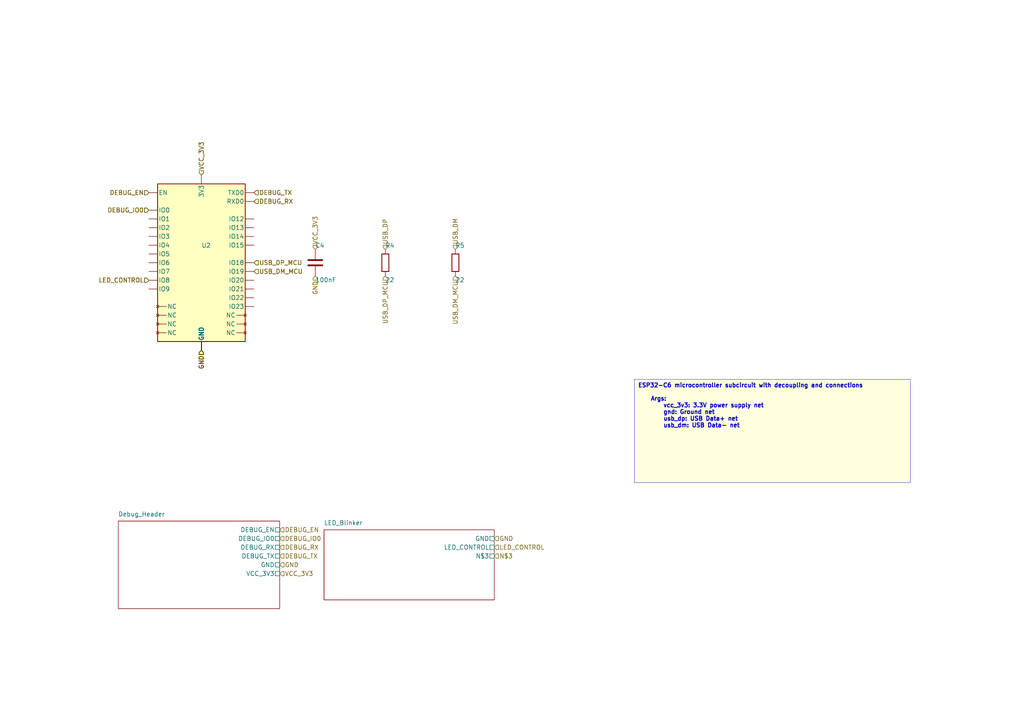
<source format=kicad_sch>
(kicad_sch (version 20250114) (generator "kicad_api") (generator_version "9.0")
  (paper "A4")
  (lib_symbols
    (symbol "Device:C" (pin_numbers hide) (pin_names (offset 0.254))
      (property "Reference" "{'value': 'C', 'position': {'x': 0.635, 'y': 2.54, 'rotation': 0.0}, 'effects': {'font_size': [1.27, 1.27], 'justify': ['left']}}" (at 0.0 0.0 0))
      (property "Value" "{'value': 'C', 'position': {'x': 0.635, 'y': -2.54, 'rotation': 0.0}, 'effects': {'font_size': [1.27, 1.27], 'justify': ['left']}}" (at 0.0 0.0 0))
      (symbol "C_0_1"
        (polyline (pts (xy -2.032 0.762) (xy 2.032 0.762)) (stroke (width 0.508)))
        (polyline (pts (xy -2.032 -0.762) (xy 2.032 -0.762)) (stroke (width 0.508)))
      )
      (symbol "C_1_1"
        (pin passive line (at 0.0 3.81 270) (length 2.794) (name ~) (number "1"))
        (pin passive line (at 0.0 -3.81 90) (length 2.794) (name ~) (number "2"))
      )
    )
    (symbol "Device:R" (pin_numbers hide) (pin_names (offset 0.254))
      (property "Reference" "{'value': 'R', 'position': {'x': 2.032, 'y': 0.0, 'rotation': 90.0}, 'effects': {'font_size': [1.27, 1.27]}}" (at 0.0 0.0 0))
      (property "Value" "{'value': 'R', 'position': {'x': 0.0, 'y': 0.0, 'rotation': 90.0}, 'effects': {'font_size': [1.27, 1.27]}}" (at 0.0 0.0 0))
      (symbol "R_0_1"
        (rectangle (start -1.016 -2.54) (end 1.016 2.54) (stroke (width 0.254)))
      )
      (symbol "R_1_1"
        (pin passive line (at 0.0 3.81 270) (length 1.27) (name ~) (number "1"))
        (pin passive line (at 0.0 -3.81 90) (length 1.27) (name ~) (number "2"))
      )
    )
    (symbol "RF_Module:ESP32-C6-MINI-1" (pin_numbers hide) (pin_names (offset 0.254))
      (property "Reference" "{'value': 'U', 'position': {'x': -11.43, 'y': 24.13, 'rotation': 0.0}, 'effects': {'font_size': [1.27, 1.27]}}" (at 0.0 0.0 0))
      (property "Value" "{'value': 'ESP32-C6-MINI-1', 'position': {'x': 12.7, 'y': 24.13, 'rotation': 0.0}, 'effects': {'font_size': [1.27, 1.27]}}" (at 0.0 0.0 0))
      (symbol "ESP32-C6-MINI-1_0_1"
        (rectangle (start -12.7 22.86) (end 12.7 -22.86) (stroke (width 0.254)) (fill (type background)))
      )
      (symbol "ESP32-C6-MINI-1_1_1"
        (pin input line (at -15.24 20.32 0) (length 2.54) (name EN) (number "8"))
        (pin bidirectional line (at -15.24 15.24 0) (length 2.54) (name IO0) (number "12"))
        (pin bidirectional line (at -15.24 12.7 0) (length 2.54) (name IO1) (number "13"))
        (pin bidirectional line (at -15.24 10.16 0) (length 2.54) (name IO2) (number "5"))
        (pin bidirectional line (at -15.24 7.62 0) (length 2.54) (name IO3) (number "6"))
        (pin bidirectional line (at -15.24 5.08 0) (length 2.54) (name IO4) (number "9"))
        (pin bidirectional line (at -15.24 2.54 0) (length 2.54) (name IO5) (number "10"))
        (pin bidirectional line (at -15.24 0.0 0) (length 2.54) (name IO6) (number "15"))
        (pin bidirectional line (at -15.24 -2.54 0) (length 2.54) (name IO7) (number "16"))
        (pin bidirectional line (at -15.24 -5.08 0) (length 2.54) (name IO8) (number "22"))
        (pin bidirectional line (at -15.24 -7.62 0) (length 2.54) (name IO9) (number "23"))
        (pin no_connect line (at -12.7 -12.7 0) (length 2.54) (name NC) (number "32"))
        (pin no_connect line (at -12.7 -15.24 0) (length 2.54) (name NC) (number "33"))
        (pin no_connect line (at -12.7 -17.78 0) (length 2.54) (name NC) (number "34"))
        (pin no_connect line (at -12.7 -20.32 0) (length 2.54) (name NC) (number "35"))
        (pin power_in line (at 0.0 25.4 270) (length 2.54) (name 3V3) (number "3"))
        (pin power_in line (at 0.0 -25.4 90) (length 2.54) (name GND) (number "1"))
        (pin passive line (at 0.0 -25.4 90) (length 2.54) (name GND) (number "11"))
        (pin passive line (at 0.0 -25.4 90) (length 2.54) (name GND) (number "14"))
        (pin passive line (at 0.0 -25.4 90) (length 2.54) (name GND) (number "2"))
        (pin passive line (at 0.0 -25.4 90) (length 2.54) (name GND) (number "36"))
        (pin passive line (at 0.0 -25.4 90) (length 2.54) (name GND) (number "37"))
        (pin passive line (at 0.0 -25.4 90) (length 2.54) (name GND) (number "38"))
        (pin passive line (at 0.0 -25.4 90) (length 2.54) (name GND) (number "39"))
        (pin passive line (at 0.0 -25.4 90) (length 2.54) (name GND) (number "40"))
        (pin passive line (at 0.0 -25.4 90) (length 2.54) (name GND) (number "41"))
        (pin passive line (at 0.0 -25.4 90) (length 2.54) (name GND) (number "42"))
        (pin passive line (at 0.0 -25.4 90) (length 2.54) (name GND) (number "43"))
        (pin passive line (at 0.0 -25.4 90) (length 2.54) (name GND) (number "44"))
        (pin passive line (at 0.0 -25.4 90) (length 2.54) (name GND) (number "45"))
        (pin passive line (at 0.0 -25.4 90) (length 2.54) (name GND) (number "46"))
        (pin passive line (at 0.0 -25.4 90) (length 2.54) (name GND) (number "47"))
        (pin passive line (at 0.0 -25.4 90) (length 2.54) (name GND) (number "48"))
        (pin passive line (at 0.0 -25.4 90) (length 2.54) (name GND) (number "49"))
        (pin passive line (at 0.0 -25.4 90) (length 2.54) (name GND) (number "50"))
        (pin passive line (at 0.0 -25.4 90) (length 2.54) (name GND) (number "51"))
        (pin passive line (at 0.0 -25.4 90) (length 2.54) (name GND) (number "52"))
        (pin passive line (at 0.0 -25.4 90) (length 2.54) (name GND) (number "53"))
        (pin no_connect line (at 12.7 -15.24 180) (length 2.54) (name NC) (number "4"))
        (pin no_connect line (at 12.7 -17.78 180) (length 2.54) (name NC) (number "7"))
        (pin no_connect line (at 12.7 -20.32 180) (length 2.54) (name NC) (number "21"))
        (pin bidirectional line (at 15.24 20.32 180) (length 2.54) (name TXD0) (number "31"))
        (pin bidirectional line (at 15.24 17.78 180) (length 2.54) (name RXD0) (number "30"))
        (pin bidirectional line (at 15.24 12.7 180) (length 2.54) (name IO12) (number "17"))
        (pin bidirectional line (at 15.24 10.16 180) (length 2.54) (name IO13) (number "18"))
        (pin bidirectional line (at 15.24 7.62 180) (length 2.54) (name IO14) (number "19"))
        (pin bidirectional line (at 15.24 5.08 180) (length 2.54) (name IO15) (number "20"))
        (pin bidirectional line (at 15.24 0.0 180) (length 2.54) (name IO18) (number "24"))
        (pin bidirectional line (at 15.24 -2.54 180) (length 2.54) (name IO19) (number "25"))
        (pin bidirectional line (at 15.24 -5.08 180) (length 2.54) (name IO20) (number "26"))
        (pin bidirectional line (at 15.24 -7.62 180) (length 2.54) (name IO21) (number "27"))
        (pin bidirectional line (at 15.24 -10.16 180) (length 2.54) (name IO22) (number "28"))
        (pin bidirectional line (at 15.24 -12.7 180) (length 2.54) (name IO23) (number "29"))
      )
    )
  )
  (title_block (title ESP32_C6_MCU) (date 2025-08-04) (company Circuit-Synth))
  (symbol (lib_id "RF_Module:ESP32-C6-MINI-1") (at 58.42 76.2 0) (unit 1)
    (property "Reference" "U2" (at 58.42 71.2 0) (effects (justify left)))
    (property "Footprint" "RF_Module:ESP32-C6-MINI-1" (effects (hide yes)))
  )
  (symbol (lib_id "Device:C") (at 91.44 76.2 0) (unit 1)
    (property "Reference" "C4" (at 91.44 71.2 0) (effects (justify left)))
    (property "Value" "100nF" (at 91.44 81.2 0) (effects (justify left)))
    (property "Footprint" "Capacitor_SMD:C_0603_1608Metric" (effects (hide yes)))
  )
  (symbol (lib_id "Device:R") (at 111.76 76.2 0) (unit 1)
    (property "Reference" "R4" (at 111.76 71.2 0) (effects (justify left)))
    (property "Value" "22" (at 111.76 81.2 0) (effects (justify left)))
    (property "Footprint" "Resistor_SMD:R_0603_1608Metric" (effects (hide yes)))
  )
  (symbol (lib_id "Device:R") (at 132.08 76.2 0) (unit 1)
    (property "Reference" "R5" (at 132.08 71.2 0) (effects (justify left)))
    (property "Value" "22" (at 132.08 81.2 0) (effects (justify left)))
    (property "Footprint" "Resistor_SMD:R_0603_1608Metric" (effects (hide yes)))
  )
  (hierarchical_label DEBUG_EN (shape input) (at 43.18 55.88 180))
  (hierarchical_label DEBUG_EN (shape input) (at 43.18 55.88 180))
  (hierarchical_label DEBUG_IO0 (shape input) (at 43.18 60.96 180))
  (hierarchical_label DEBUG_IO0 (shape input) (at 43.18 60.96 180))
  (hierarchical_label LED_CONTROL (shape input) (at 43.18 81.28 180))
  (hierarchical_label LED_CONTROL (shape input) (at 43.18 81.28 180))
  (hierarchical_label VCC_3V3 (shape input) (at 58.42 50.800000000000004 90))
  (hierarchical_label VCC_3V3 (shape input) (at 58.42 50.800000000000004 90))
  (hierarchical_label VCC_3V3 (shape input) (at 91.44 72.39 90))
  (hierarchical_label GND (shape input) (at 58.42 101.6 270))
  (hierarchical_label GND (shape input) (at 58.42 101.6 270))
  (hierarchical_label GND (shape input) (at 58.42 101.6 270))
  (hierarchical_label GND (shape input) (at 58.42 101.6 270))
  (hierarchical_label GND (shape input) (at 58.42 101.6 270))
  (hierarchical_label GND (shape input) (at 58.42 101.6 270))
  (hierarchical_label GND (shape input) (at 58.42 101.6 270))
  (hierarchical_label GND (shape input) (at 58.42 101.6 270))
  (hierarchical_label GND (shape input) (at 58.42 101.6 270))
  (hierarchical_label GND (shape input) (at 58.42 101.6 270))
  (hierarchical_label GND (shape input) (at 58.42 101.6 270))
  (hierarchical_label GND (shape input) (at 58.42 101.6 270))
  (hierarchical_label GND (shape input) (at 58.42 101.6 270))
  (hierarchical_label GND (shape input) (at 58.42 101.6 270))
  (hierarchical_label GND (shape input) (at 58.42 101.6 270))
  (hierarchical_label GND (shape input) (at 58.42 101.6 270))
  (hierarchical_label GND (shape input) (at 58.42 101.6 270))
  (hierarchical_label GND (shape input) (at 58.42 101.6 270))
  (hierarchical_label GND (shape input) (at 58.42 101.6 270))
  (hierarchical_label GND (shape input) (at 58.42 101.6 270))
  (hierarchical_label GND (shape input) (at 58.42 101.6 270))
  (hierarchical_label GND (shape input) (at 58.42 101.6 270))
  (hierarchical_label GND (shape input) (at 91.44 80.01 270))
  (hierarchical_label DEBUG_TX (shape input) (at 73.66 55.88 0))
  (hierarchical_label DEBUG_TX (shape input) (at 73.66 55.88 0))
  (hierarchical_label DEBUG_RX (shape input) (at 73.66 58.42 0))
  (hierarchical_label DEBUG_RX (shape input) (at 73.66 58.42 0))
  (hierarchical_label USB_DP_MCU (shape input) (at 73.66 76.2 0))
  (hierarchical_label USB_DP_MCU (shape input) (at 73.66 76.2 0))
  (hierarchical_label USB_DP_MCU (shape input) (at 111.76 80.01 270))
  (hierarchical_label USB_DM_MCU (shape input) (at 73.66 78.74000000000001 0))
  (hierarchical_label USB_DM_MCU (shape input) (at 73.66 78.74000000000001 0))
  (hierarchical_label USB_DM_MCU (shape input) (at 132.08 80.01 270))
  (hierarchical_label USB_DP (shape input) (at 111.76 72.39 90))
  (hierarchical_label USB_DM (shape input) (at 132.08 72.39 90))
  (hierarchical_label DEBUG_EN (shape input) (at 81.12 153.67000000000002 0))
  (hierarchical_label DEBUG_IO0 (shape input) (at 81.12 156.21 0))
  (hierarchical_label DEBUG_RX (shape input) (at 81.12 158.75 0))
  (hierarchical_label DEBUG_TX (shape input) (at 81.12 161.29 0))
  (hierarchical_label GND (shape input) (at 81.12 163.83 0))
  (hierarchical_label VCC_3V3 (shape input) (at 81.12 166.37 0))
  (hierarchical_label GND (shape input) (at 143.35 156.21 0))
  (hierarchical_label LED_CONTROL (shape input) (at 143.35 158.75 0))
  (hierarchical_label N$3 (shape input) (at 143.35 161.29 0))
  (sheet (at 34.29 151.13) (size 46.83 25.4) (stroke (width 0.12)) (fill (color 0 0 0 0.0))
    (property "Sheetname" "Debug_Header" (at 34.29 149.85999999999999 0) (effects (justify left bottom)))
    (property "Sheetfile" "Debug_Header.kicad_sch" (effects (hide yes)))
    (pin DEBUG_EN passive (at 79.85000000000001 153.67000000000002 0))
    (pin DEBUG_IO0 passive (at 79.85000000000001 156.21 0))
    (pin DEBUG_RX passive (at 79.85000000000001 158.75 0))
    (pin DEBUG_TX passive (at 79.85000000000001 161.29 0))
    (pin GND passive (at 79.85000000000001 163.83 0))
    (pin VCC_3V3 passive (at 79.85000000000001 166.37 0))
  )
  (sheet (at 93.98 153.67000000000002) (size 49.37 20.32) (stroke (width 0.12)) (fill (color 0 0 0 0.0))
    (property "Sheetname" "LED_Blinker" (at 93.98 152.4 0) (effects (justify left bottom)))
    (property "Sheetfile" "LED_Blinker.kicad_sch" (effects (hide yes)))
    (pin GND passive (at 142.07999999999998 156.21 0))
    (pin LED_CONTROL passive (at 142.07999999999998 158.75 0))
    (pin N$3 passive (at 142.07999999999998 161.29 0))
  )
  (text_box "ESP32-C6 microcontroller subcircuit with decoupling and connections\n    \n    Args:\n        vcc_3v3: 3.3V power supply net\n        gnd: Ground net\n        usb_dp: USB Data+ net\n        usb_dm: USB Data- net" (exclude_from_sim yes) (at 184.0 110.0 0) (size 80.0 30.0) (margins 1.0 1.0 1.0 1.0) (stroke (width 0.1)) (fill (type color) (color 255 255 224 1)) (effects (font (size 1.2 1.2) (thickness 0.254)) (justify left top)))
)
</source>
